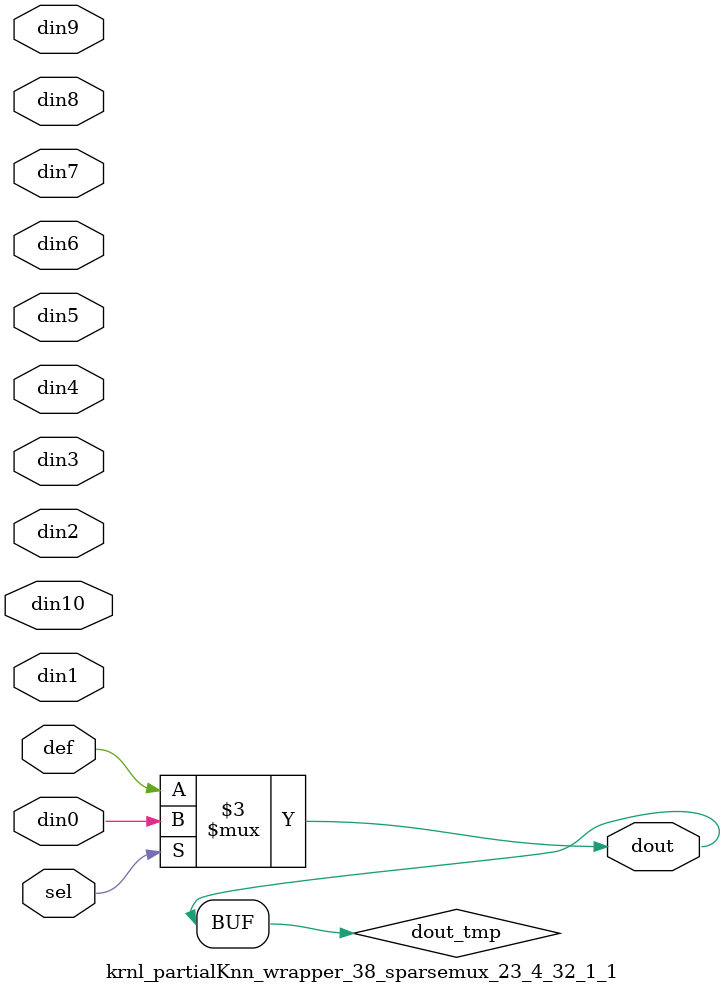
<source format=v>
`timescale 1ns / 1ps

module krnl_partialKnn_wrapper_38_sparsemux_23_4_32_1_1 (din0,din1,din2,din3,din4,din5,din6,din7,din8,din9,din10,def,sel,dout);

parameter din0_WIDTH = 1;

parameter din1_WIDTH = 1;

parameter din2_WIDTH = 1;

parameter din3_WIDTH = 1;

parameter din4_WIDTH = 1;

parameter din5_WIDTH = 1;

parameter din6_WIDTH = 1;

parameter din7_WIDTH = 1;

parameter din8_WIDTH = 1;

parameter din9_WIDTH = 1;

parameter din10_WIDTH = 1;

parameter def_WIDTH = 1;
parameter sel_WIDTH = 1;
parameter dout_WIDTH = 1;

parameter [sel_WIDTH-1:0] CASE0 = 1;

parameter [sel_WIDTH-1:0] CASE1 = 1;

parameter [sel_WIDTH-1:0] CASE2 = 1;

parameter [sel_WIDTH-1:0] CASE3 = 1;

parameter [sel_WIDTH-1:0] CASE4 = 1;

parameter [sel_WIDTH-1:0] CASE5 = 1;

parameter [sel_WIDTH-1:0] CASE6 = 1;

parameter [sel_WIDTH-1:0] CASE7 = 1;

parameter [sel_WIDTH-1:0] CASE8 = 1;

parameter [sel_WIDTH-1:0] CASE9 = 1;

parameter [sel_WIDTH-1:0] CASE10 = 1;

parameter ID = 1;
parameter NUM_STAGE = 1;



input [din0_WIDTH-1:0] din0;

input [din1_WIDTH-1:0] din1;

input [din2_WIDTH-1:0] din2;

input [din3_WIDTH-1:0] din3;

input [din4_WIDTH-1:0] din4;

input [din5_WIDTH-1:0] din5;

input [din6_WIDTH-1:0] din6;

input [din7_WIDTH-1:0] din7;

input [din8_WIDTH-1:0] din8;

input [din9_WIDTH-1:0] din9;

input [din10_WIDTH-1:0] din10;

input [def_WIDTH-1:0] def;
input [sel_WIDTH-1:0] sel;

output [dout_WIDTH-1:0] dout;



reg [dout_WIDTH-1:0] dout_tmp;

always @ (*) begin
case (sel)
    
    CASE0 : dout_tmp = din0;
    
    CASE1 : dout_tmp = din1;
    
    CASE2 : dout_tmp = din2;
    
    CASE3 : dout_tmp = din3;
    
    CASE4 : dout_tmp = din4;
    
    CASE5 : dout_tmp = din5;
    
    CASE6 : dout_tmp = din6;
    
    CASE7 : dout_tmp = din7;
    
    CASE8 : dout_tmp = din8;
    
    CASE9 : dout_tmp = din9;
    
    CASE10 : dout_tmp = din10;
    
    default : dout_tmp = def;
endcase
end


assign dout = dout_tmp;



endmodule

</source>
